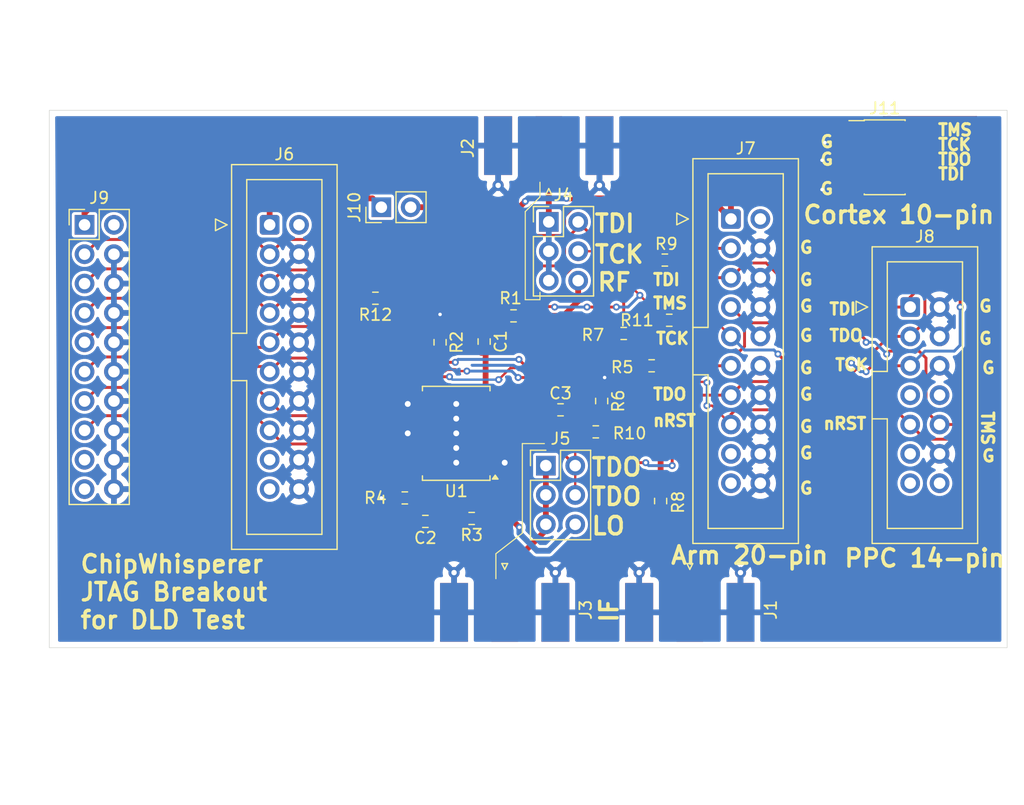
<source format=kicad_pcb>
(kicad_pcb (version 20240108) (generator "pcbnew") (generator_version "8.0")
  (layers (0 "F.Cu" signal) (31 "B.Cu" signal) (34 "B.Paste" user) (35 "F.Paste" user) (36 "B.SilkS" user "B.Silkscreen") (37 "F.SilkS" user "F.Silkscreen") (38 "B.Mask" user) (39 "F.Mask" user) (44 "Edge.Cuts" user))
  (net 0 "")
  (net 1 "Net-(C1-Pad1)")
  (net 2 "Net-(U1-RF)")
  (net 3 "Net-(C2-Pad1)")
  (net 4 "Net-(U1-LO)")
  (net 5 "Net-(J1-In)")
  (net 6 "Net-(U1-IF)")
  (net 7 "GND")
  (net 8 "Net-(J2-In)")
  (net 9 "Net-(J3-In)")
  (net 10 "MIXER_RF")
  (net 11 "/TDI")
  (net 12 "/TCK")
  (net 13 "/TDO")
  (net 14 "MIXER_LO")
  (net 16 "/TRST")
  (net 17 "/TMS")
  (net 18 "Net-(J10-Pin_1)")
  (net 19 "/nRST")
  (net 21 "/RTCK")
  (net 25 "VCC")
  (net 26 "Net-(J7-Pin_11)")
  (net 31 "/TDI_CW")
  (net 38 "Net-(C3-Pad2)")
  (net 39 "/TCK_CW")
  (net 40 "/TDO_CW")
  (net 41 "/TMS_CW")
  (footprint "Connector_Coaxial:SMA_Molex_73251-1153_EdgeMount_Horizontal" (layer "F.Cu") (at 192.024 102.16 90)
    (property "Reference" "J1")
    (property "Value" "SMA")
  )
  (footprint "Connector_PinHeader_2.54mm:PinHeader_2x10_P2.54mm_Vertical" (layer "F.Cu") (at 139.7 70.358)
    (property "Reference" "J9")
    (property "Value" "Conn_02x10_Odd_Even")
  )
  (footprint "Connector_IDC:IDC-Header_2x10_P2.54mm_Vertical" (layer "F.Cu") (at 155.702 70.358)
    (property "Reference" "J6")
    (property "Value" "Conn_02x10_Odd_Even")
  )
  (footprint "Resistor_SMD:R_0603_1608Metric" (layer "F.Cu") (at 169.164 96.012 180)
    (property "Reference" "C2")
    (property "Value" "10n")
  )
  (footprint "Resistor_SMD:R_0603_1608Metric" (layer "F.Cu") (at 176.784 78.232 180)
    (property "Reference" "R1")
    (property "Value" "51R")
  )
  (footprint "Resistor_SMD:R_0603_1608Metric" (layer "F.Cu") (at 183.896 88.265 180)
    (property "Reference" "R10")
    (property "Value" "12R")
  )
  (footprint "Resistor_SMD:R_0603_1608Metric" (layer "F.Cu") (at 167.386 93.98 180)
    (property "Reference" "R4")
    (property "Value" "DNM")
  )
  (footprint "Connector_IDC:IDC-Header_2x10_P2.54mm_Vertical" (layer "F.Cu") (at 195.58 69.85)
    (property "Reference" "J7")
    (property "Value" "Conn_02x10_Odd_Even")
  )
  (footprint "Resistor_SMD:R_0603_1608Metric" (layer "F.Cu") (at 189.865 73.406 180)
    (property "Reference" "R9")
    (property "Value" "12R")
  )
  (footprint "Connector_Coaxial:SMA_Molex_73251-1153_EdgeMount_Horizontal" (layer "F.Cu") (at 176.022 102.16 90)
    (property "Reference" "J3")
    (property "Value" "SMA")
  )
  (footprint "Connector_PinHeader_2.54mm:PinHeader_1x02_P2.54mm_Vertical" (layer "F.Cu") (at 165.354 68.834 90)
    (property "Reference" "J10")
    (property "Value" "Conn_01x02")
  )
  (footprint "Resistor_SMD:R_0603_1608Metric" (layer "F.Cu") (at 189.5 94.25 90)
    (property "Reference" "R8")
    (property "Value" "51R")
  )
  (footprint "Resistor_SMD:R_0603_1608Metric" (layer "F.Cu") (at 170.434 80.518 -90)
    (property "Reference" "R2")
    (property "Value" "DNM")
  )
  (footprint "Connector_PinHeader_2.54mm:PinHeader_2x03_P2.54mm_Vertical" (layer "F.Cu") (at 179.578 91.186)
    (property "Reference" "J5")
    (property "Value" "Conn_02x03_Odd_Even")
  )
  (footprint "Connector_PinHeader_2.54mm:PinHeader_2x03_P2.54mm_Vertical" (layer "F.Cu") (at 179.832 70.104)
    (property "Reference" "J4")
    (property "Value" "Conn_02x03_Odd_Even")
  )
  (footprint "Connector_Coaxial:SMA_Molex_73251-1153_EdgeMount_Horizontal" (layer "F.Cu") (at 179.832 65.226 -90)
    (property "Reference" "J2")
    (property "Value" "SMA")
  )
  (footprint "RF_Mini-Circuits:Mini-Circuits_CD542_LandPatternPL-052" (layer "F.Cu") (at 171.831 88.392 180)
    (property "Reference" "U1")
    (property "Value" "ADE-1+")
  )
  (footprint "Connector_IDC:IDC-Header_2x07_P2.54mm_Vertical" (layer "F.Cu") (at 211.074 77.47)
    (property "Reference" "J8")
    (property "Value" "Conn_02x07_Odd_Even")
  )
  (footprint "Connector_PinHeader_1.27mm:PinHeader_2x05_P1.27mm_Vertical_SMD" (layer "F.Cu") (at 208.87 64.516)
    (property "Reference" "J11")
    (property "Value" "Conn_02x05_Odd_Even")
  )
  (footprint "Resistor_SMD:R_0603_1608Metric" (layer "F.Cu") (at 184.404 85.598 -90)
    (property "Reference" "R6")
    (property "Value" "DNM")
  )
  (footprint "Resistor_SMD:R_0603_1608Metric" (layer "F.Cu") (at 180.848 86.36)
    (property "Reference" "C3")
    (property "Value" "10n")
  )
  (footprint "Resistor_SMD:R_0603_1608Metric" (layer "F.Cu") (at 190.246 78.613 180)
    (property "Reference" "R11")
    (property "Value" "12R")
  )
  (footprint "Resistor_SMD:R_0603_1608Metric" (layer "F.Cu") (at 186.309 79.756 180)
    (property "Reference" "R7")
    (property "Value" "DNM")
  )
  (footprint "Resistor_SMD:R_0603_1608Metric" (layer "F.Cu") (at 174.244 80.455 -90)
    (property "Reference" "C1")
    (property "Value" "10n")
  )
  (footprint "Resistor_SMD:R_0603_1608Metric" (layer "F.Cu") (at 164.846 76.708 180)
    (property "Reference" "R12")
    (property "Value" "12R")
  )
  (footprint "Resistor_SMD:R_0603_1608Metric" (layer "F.Cu") (at 188.722 82.55 180)
    (property "Reference" "R5")
    (property "Value" "DNM")
  )
  (footprint "Resistor_SMD:R_0603_1608Metric" (layer "F.Cu") (at 173.165 95.758 180)
    (property "Reference" "R3")
    (property "Value" "51R")
  )
  (gr_line (start 177.546 89.281) (end 179.451 89.281) (stroke (width 0.1)) (layer "F.SilkS"))
  (gr_line (start 177.8 69.215) (end 177.8 76.835) (stroke (width 0.1)) (layer "F.SilkS"))
  (gr_line (start 179.07 66.675) (end 179.07 67.945) (stroke (width 0.1)) (layer "F.SilkS"))
  (gr_line (start 175.26 100.965) (end 175.26 98.806) (stroke (width 0.1)) (layer "F.SilkS"))
  (gr_line (start 175.26 98.806) (end 177.546 97.028) (stroke (width 0.1)) (layer "F.SilkS"))
  (gr_line (start 177.546 97.028) (end 177.546 89.281) (stroke (width 0.1)) (layer "F.SilkS"))
  (gr_line (start 179.07 67.945) (end 177.8 69.215) (stroke (width 0.1)) (layer "F.SilkS"))
  (gr_line (start 177.8 76.835) (end 179.07 76.835) (stroke (width 0.1)) (layer "F.SilkS"))
  (gr_line (start 179.07 76.835) (end 179.07 76.2) (stroke (width 0.1)) (layer "F.SilkS"))
  (gr_rect (start 136.652 60.452) (end 219.456 106.934) (stroke (width 0.05)) (fill none) (layer "Edge.Cuts"))
  (gr_text "TCK" (at 188.976 80.772 0) (layer "F.SilkS") (effects (font (size 1 1) (thickness 0.25) (bold yes)) (justify left bottom)))
  (gr_text "TDI" (at 203.962 78.232 0) (layer "F.SilkS") (effects (font (size 1 1) (thickness 0.25) (bold yes)) (justify left bottom)))
  (gr_text "G" (at 201.422 83.312 0) (layer "F.SilkS") (effects (font (size 1 1) (thickness 0.25) (bold yes)) (justify left bottom)))
  (gr_text "TDI" (at 188.722 75.692 0) (layer "F.SilkS") (effects (font (size 1 1) (thickness 0.25) (bold yes)) (justify left bottom)))
  (gr_text "TMS" (at 213.36 62.738 0) (layer "F.SilkS") (effects (font (size 1 1) (thickness 0.25) (bold yes)) (justify left bottom)))
  (gr_text "G" (at 203.2 67.818 0) (layer "F.SilkS") (effects (font (size 1 1) (thickness 0.25) (bold yes)) (justify left bottom)))
  (gr_text "G" (at 203.2 65.278 0) (layer "F.SilkS") (effects (font (size 1 1) (thickness 0.25) (bold yes)) (justify left bottom)))
  (gr_text "TCK" (at 204.47 83.058 0) (layer "F.SilkS") (effects (font (size 1 1) (thickness 0.25) (bold yes)) (justify left bottom)))
  (gr_text "IF" (at 185.928 104.902 90) (layer "F.SilkS") (effects (font (size 1.5 1.5) (thickness 0.3) (bold yes)) (justify left bottom)))
  (gr_text "G" (at 201.422 90.678 0) (layer "F.SilkS") (effects (font (size 1 1) (thickness 0.25) (bold yes)) (justify left bottom)))
  (gr_text "TDI" (at 183.642 71.12 0) (layer "F.SilkS") (effects (font (size 1.5 1.5) (thickness 0.3) (bold yes)) (justify left bottom)))
  (gr_text "Arm 20-pin" (at 190.246 99.822 0) (layer "F.SilkS") (effects (font (size 1.5 1.5) (thickness 0.3) (bold yes)) (justify left bottom)))
  (gr_text "TDO" (at 183.388 94.742 0) (layer "F.SilkS") (effects (font (size 1.5 1.5) (thickness 0.3) (bold yes)) (justify left bottom)))
  (gr_text "TCK" (at 213.36 64.008 0) (layer "F.SilkS") (effects (font (size 1 1) (thickness 0.25) (bold yes)) (justify left bottom)))
  (gr_text "RF" (at 183.896 76.2 0) (layer "F.SilkS") (effects (font (size 1.5 1.5) (thickness 0.3) (bold yes)) (justify left bottom)))
  (gr_text "G" (at 216.916 77.978 0) (layer "F.SilkS") (effects (font (size 1 1) (thickness 0.25) (bold yes)) (justify left bottom)))
  (gr_text "G" (at 201.422 93.726 0) (layer "F.SilkS") (effects (font (size 1 1) (thickness 0.25) (bold yes)) (justify left bottom)))
  (gr_text "TDO" (at 213.36 65.278 0) (layer "F.SilkS") (effects (font (size 1 1) (thickness 0.25) (bold yes)) (justify left bottom)))
  (gr_text "G" (at 201.422 72.898 0) (layer "F.SilkS") (effects (font (size 1 1) (thickness 0.25) (bold yes)) (justify left bottom)))
  (gr_text "G" (at 216.916 80.772 0) (layer "F.SilkS") (effects (font (size 1 1) (thickness 0.25) (bold yes)) (justify left bottom)))
  (gr_text "G" (at 217.17 90.932 0) (layer "F.SilkS") (effects (font (size 1 1) (thickness 0.25) (bold yes)) (justify left bottom)))
  (gr_text "TDO" (at 188.722 85.598 0) (layer "F.SilkS") (effects (font (size 1 1) (thickness 0.25) (bold yes)) (justify left bottom)))
  (gr_text "nRST" (at 188.722 87.884 0) (layer "F.SilkS") (effects (font (size 1 1) (thickness 0.25) (bold yes)) (justify left bottom)))
  (gr_text "G" (at 203.2 63.754 0) (layer "F.SilkS") (effects (font (size 1 1) (thickness 0.25) (bold yes)) (justify left bottom)))
  (gr_text "TMS" (at 188.722 77.724 0) (layer "F.SilkS") (effects (font (size 1 1) (thickness 0.25) (bold yes)) (justify left bottom)))
  (gr_text "ChipWhisperer\nJTAG Breakout\nfor DLD Test" (at 139.192 105.41 0) (layer "F.SilkS") (effects (font (size 1.5 1.5) (thickness 0.3) (bold yes)) (justify left bottom)))
  (gr_text "G" (at 201.422 75.692 0) (layer "F.SilkS") (effects (font (size 1 1) (thickness 0.25) (bold yes)) (justify left bottom)))
  (gr_text "TDO" (at 183.388 92.202 0) (layer "F.SilkS") (effects (font (size 1.5 1.5) (thickness 0.3) (bold yes)) (justify left bottom)))
  (gr_text "TDO" (at 203.962 80.518 0) (layer "F.SilkS") (effects (font (size 1 1) (thickness 0.25) (bold yes)) (justify left bottom)))
  (gr_text "G" (at 201.422 77.978 0) (layer "F.SilkS") (effects (font (size 1 1) (thickness 0.25) (bold yes)) (justify left bottom)))
  (gr_text "TMS" (at 217.17 86.36 -90) (layer "F.SilkS") (effects (font (size 1 1) (thickness 0.25) (bold yes)) (justify left bottom)))
  (gr_text "nRST" (at 203.454 88.138 0) (layer "F.SilkS") (effects (font (size 1 1) (thickness 0.25) (bold yes)) (justify left bottom)))
  (gr_text "G" (at 201.422 80.518 0) (layer "F.SilkS") (effects (font (size 1 1) (thickness 0.25) (bold yes)) (justify left bottom)))
  (gr_text "Cortex 10-pin" (at 201.676 70.358 0) (layer "F.SilkS") (effects (font (size 1.5 1.5) (thickness 0.3) (bold yes)) (justify left bottom)))
  (gr_text "LO" (at 183.388 97.282 0) (layer "F.SilkS") (effects (font (size 1.5 1.5) (thickness 0.3) (bold yes)) (justify left bottom)))
  (gr_text "G" (at 217.17 83.312 0) (layer "F.SilkS") (effects (font (size 1 1) (thickness 0.25) (bold yes)) (justify left bottom)))
  (gr_text "PPC 14-pin" (at 205.232 100.076 0) (layer "F.SilkS") (effects (font (size 1.5 1.5) (thickness 0.3) (bold yes)) (justify left bottom)))
  (gr_text "TCK" (at 183.642 73.787 0) (layer "F.SilkS") (effects (font (size 1.5 1.5) (thickness 0.3) (bold yes)) (justify left bottom)))
  (gr_text "TDI" (at 213.36 66.548 0) (layer "F.SilkS") (effects (font (size 1 1) (thickness 0.25) (bold yes)) (justify left bottom)))
  (gr_text "G" (at 201.422 85.598 0) (layer "F.SilkS") (effects (font (size 1 1) (thickness 0.25) (bold yes)) (justify left bottom)))
  (gr_text "G" (at 201.422 88.392 0) (layer "F.SilkS") (effects (font (size 1 1) (thickness 0.25) (bold yes)) (justify left bottom)))
  (segment (start 175.959 78.232) (end 174.498 78.232) (width 0.5) (layer "F.Cu") (net 1))
  (segment (start 174.244 78.486) (end 174.244 79.63) (width 0.5) (layer "F.Cu") (net 1))
  (segment (start 174.498 78.232) (end 174.244 78.486) (width 0.5) (layer "F.Cu") (net 1))
  (segment (start 174.371 85.852) (end 174.371 81.407) (width 0.5) (layer "F.Cu") (net 2))
  (segment (start 170.497 81.28) (end 170.434 81.343) (width 0.5) (layer "F.Cu") (net 2))
  (segment (start 174.244 81.28) (end 170.497 81.28) (width 0.5) (layer "F.Cu") (net 2))
  (segment (start 174.371 81.407) (end 174.244 81.28) (width 0.5) (layer "F.Cu") (net 2))
  (segment (start 172.34 95.758) (end 170.243 95.758) (width 0.5) (layer "F.Cu") (net 3))
  (segment (start 170.243 95.758) (end 169.989 96.012) (width 0.5) (layer "F.Cu") (net 3))
  (segment (start 168.339 96.012) (end 168.339 91.884) (width 0.5) (layer "F.Cu") (net 4))
  (segment (start 168.339 91.884) (end 169.291 90.932) (width 0.5) (layer "F.Cu") (net 4))
  (segment (start 189.5 97.774) (end 189.5 95.075) (width 0.5) (layer "F.Cu") (net 5))
  (segment (start 192.024 100.33) (end 192.024 103.88) (width 0.5) (layer "F.Cu") (net 5))
  (segment (start 189.484 97.79) (end 192.024 100.33) (width 0.5) (layer "F.Cu") (net 5))
  (segment (start 189.484 97.79) (end 189.5 97.774) (width 0.5) (layer "F.Cu") (net 5))
  (segment (start 177.546 88.392) (end 179.578 86.36) (width 0.5) (layer "F.Cu") (net 6))
  (segment (start 179.578 86.36) (end 180.023 86.36) (width 0.5) (layer "F.Cu") (net 6))
  (segment (start 174.371 88.392) (end 177.546 88.392) (width 0.5) (layer "F.Cu") (net 6))
  (segment (start 184.404 84.773) (end 184.404 83.82) (width 0.5) (layer "F.Cu") (net 7))
  (segment (start 170.434 79.693) (end 170.434 78.107) (width 0.5) (layer "F.Cu") (net 7))
  (segment (start 206.92 63.246) (end 203.708 63.246) (width 0.5) (layer "F.Cu") (net 7))
  (segment (start 184.404 83.82) (end 184.658 83.566) (width 0.5) (layer "F.Cu") (net 7))
  (segment (start 203.708 64.516) (end 203.454 64.77) (width 0.5) (layer "F.Cu") (net 7))
  (segment (start 206.92 64.516) (end 203.708 64.516) (width 0.5) (layer "F.Cu") (net 7))
  (segment (start 166.561 93.98) (end 165.354 93.98) (width 0.5) (layer "F.Cu") (net 7))
  (segment (start 206.92 67.056) (end 203.708 67.056) (width 0.5) (layer "F.Cu") (net 7))
  (segment (start 203.708 67.056) (end 203.454 67.31) (width 0.5) (layer "F.Cu") (net 7))
  (segment (start 203.454 63.5) (end 203.708 63.246) (width 0.5) (layer "F.Cu") (net 7))
  (via (at 165.354 93.98) (size 0.6) (drill 0.3) (layers "F.Cu" "B.Cu") (net 7))
  (via (at 203.708 63.246) (size 0.6) (drill 0.3) (layers "F.Cu" "B.Cu") (net 7))
  (via (at 184.658 83.566) (size 0.6) (drill 0.3) (layers "F.Cu" "B.Cu") (net 7))
  (via (at 203.454 64.77) (size 0.6) (drill 0.3) (layers "F.Cu" "B.Cu") (net 7))
  (via (at 203.454 67.31) (size 0.6) (drill 0.3) (layers "F.Cu" "B.Cu") (net 7))
  (via (at 170.434 78.107) (size 0.6) (drill 0.3) (layers "F.Cu" "B.Cu") (net 7))
  (segment (start 179.832 63.506) (end 179.832 70.104) (width 0.5) (layer "F.Cu") (net 8))
  (segment (start 179.832 75.184) (end 179.832 70.104) (width 0.5) (layer "B.Cu") (net 8))
  (segment (start 179.578 96.774) (end 176.022 100.33) (width 0.5) (layer "F.Cu") (net 9))
  (segment (start 179.578 91.186) (end 179.578 96.774) (width 0.5) (layer "F.Cu") (net 9))
  (segment (start 176.022 100.33) (end 176.022 103.88) (width 0.5) (layer "F.Cu") (net 9))
  (segment (start 182.372 76.962) (end 182.372 75.184) (width 0.5) (layer "F.Cu") (net 10))
  (segment (start 177.609 78.232) (end 181.102 78.232) (width 0.5) (layer "F.Cu") (net 10))
  (segment (start 181.102 78.232) (end 182.372 76.962) (width 0.5) (layer "F.Cu") (net 10))
  (segment (start 192.341 74.93) (end 190.817 73.406) (width 0.25) (layer "F.Cu") (net 11))
  (segment (start 195.58 74.93) (end 192.341 74.93) (width 0.25) (layer "F.Cu") (net 11))
  (segment (start 195.58 74.93) (end 196.85 73.66) (width 0.25) (layer "F.Cu") (net 11))
  (segment (start 210.82 65.786) (end 211.65 65.786) (width 0.25) (layer "F.Cu") (net 11))
  (segment (start 213.868 68.004) (end 213.868 73.826) (width 0.25) (layer "F.Cu") (net 11))
  (segment (start 211.65 65.786) (end 213.868 68.004) (width 0.25) (layer "F.Cu") (net 11))
  (segment (start 196.85 73.66) (end 198.628 73.66) (width 0.25) (layer "F.Cu") (net 11))
  (segment (start 213.868 73.826) (end 211.074 76.62) (width 0.25) (layer "F.Cu") (net 11))
  (segment (start 202.438 77.47) (end 211.074 77.47) (width 0.25) (layer "F.Cu") (net 11))
  (segment (start 211.074 76.62) (end 211.074 77.47) (width 0.25) (layer "F.Cu") (net 11))
  (segment (start 198.628 73.66) (end 202.438 77.47) (width 0.25) (layer "F.Cu") (net 11))
  (segment (start 211.074 82.55) (end 207.772 82.55) (width 0.25) (layer "F.Cu") (net 12))
  (segment (start 205.994 82.296) (end 200.406 82.296) (width 0.25) (layer "F.Cu") (net 12))
  (segment (start 191.071 78.613) (end 194.183 78.613) (width 0.2) (layer "F.Cu") (net 12))
  (segment (start 189.928 79.756) (end 191.071 78.613) (width 0.2) (layer "F.Cu") (net 12))
  (segment (start 215.392 64.262) (end 215.392 77.47) (width 0.25) (layer "F.Cu") (net 12))
  (segment (start 194.183 78.613) (end 195.58 80.01) (width 0.2) (layer "F.Cu") (net 12))
  (segment (start 207.772 82.55) (end 207.264 83.058) (width 0.25) (layer "F.Cu") (net 12))
  (segment (start 214.376 63.246) (end 215.392 64.262) (width 0.25) (layer "F.Cu") (net 12))
  (segment (start 210.82 63.246) (end 214.376 63.246) (width 0.25) (layer "F.Cu") (net 12))
  (segment (start 200.406 82.296) (end 199.644 81.534) (width 0.25) (layer "F.Cu") (net 12))
  (segment (start 187.134 79.756) (end 189.928 79.756) (width 0.2) (layer "F.Cu") (net 12))
  (via (at 199.644 81.534) (size 0.6) (drill 0.3) (layers "F.Cu" "B.Cu") (net 12))
  (via (at 207.264 83.058) (size 0.6) (drill 0.3) (layers "F.Cu" "B.Cu") (net 12))
  (via (at 205.994 82.296) (size 0.6) (drill 0.3) (layers "F.Cu" "B.Cu") (net 12))
  (via (at 215.392 77.47) (size 0.6) (drill 0.3) (layers "F.Cu" "B.Cu") (net 12))
  (segment (start 199.295 81.185) (end 196.755 81.185) (width 0.25) (layer "B.Cu") (net 12))
  (segment (start 215.392 77.47) (end 215.392 80.772) (width 0.25) (layer "B.Cu") (net 12))
  (segment (start 207.264 83.058) (end 206.756 83.058) (width 0.25) (layer "B.Cu") (net 12))
  (segment (start 214.884 81.28) (end 212.344 81.28) (width 0.25) (layer "B.Cu") (net 12))
  (segment (start 206.756 83.058) (end 205.994 82.296) (width 0.25) (layer "B.Cu") (net 12))
  (segment (start 196.755 81.185) (end 195.58 80.01) (width 0.25) (layer "B.Cu") (net 12))
  (segment (start 215.392 80.772) (end 214.884 81.28) (width 0.25) (layer "B.Cu") (net 12))
  (segment (start 199.644 81.534) (end 199.295 81.185) (width 0.25) (layer "B.Cu") (net 12))
  (segment (start 212.344 81.28) (end 211.074 82.55) (width 0.25) (layer "B.Cu") (net 12))
  (segment (start 209.234595 80.01) (end 211.074 80.01) (width 0.25) (layer "F.Cu") (net 13))
  (segment (start 212.344 78.74) (end 211.074 80.01) (width 0.25) (layer "F.Cu") (net 13))
  (segment (start 185.293 90.932) (end 184.721 90.36) (width 0.25) (layer "F.Cu") (net 13))
  (segment (start 195.58 85.09) (end 196.755 83.915) (width 0.25) (layer "F.Cu") (net 13))
  (segment (start 205.329595 83.915) (end 209.234595 80.01) (width 0.25) (layer "F.Cu") (net 13))
  (segment (start 212.344 76.708) (end 212.344 78.74) (width 0.25) (layer "F.Cu") (net 13))
  (segment (start 196.755 83.915) (end 205.329595 83.915) (width 0.25) (layer "F.Cu") (net 13))
  (segment (start 195.58 85.09) (end 192.278 85.09) (width 0.25) (layer "F.Cu") (net 13))
  (segment (start 214.63 65.532) (end 214.63 74.422) (width 0.25) (layer "F.Cu") (net 13))
  (segment (start 188.214 90.932) (end 185.293 90.932) (width 0.25) (layer "F.Cu") (net 13))
  (segment (start 210.82 64.516) (end 213.614 64.516) (width 0.25) (layer "F.Cu") (net 13))
  (segment (start 214.63 74.422) (end 212.344 76.708) (width 0.25) (layer "F.Cu") (net 13))
  (segment (start 192.278 85.09) (end 191.262 86.106) (width 0.25) (layer "F.Cu") (net 13))
  (segment (start 191.262 86.106) (end 191.262 86.614) (width 0.25) (layer "F.Cu") (net 13))
  (segment (start 213.614 64.516) (end 214.63 65.532) (width 0.25) (layer "F.Cu") (net 13))
  (segment (start 190.5 87.376) (end 190.5 91.186) (width 0.25) (layer "F.Cu") (net 13))
  (segment (start 184.721 90.36) (end 184.721 88.265) (width 0.25) (layer "F.Cu") (net 13))
  (segment (start 191.262 86.614) (end 190.5 87.376) (width 0.25) (layer "F.Cu") (net 13))
  (via (at 188.214 90.932) (size 0.6) (drill 0.3) (layers "F.Cu" "B.Cu") (net 13))
  (via (at 190.5 91.186) (size 0.6) (drill 0.3) (layers "F.Cu" "B.Cu") (net 13))
  (segment (start 188.214 90.932) (end 188.468 91.186) (width 0.25) (layer "B.Cu") (net 13))
  (segment (start 188.468 91.186) (end 190.5 91.186) (width 0.25) (layer "B.Cu") (net 13))
  (segment (start 176.53 95.758) (end 177.292 96.52) (width 0.5) (layer "F.Cu") (net 14))
  (segment (start 173.99 95.758) (end 176.53 95.758) (width 0.5) (layer "F.Cu") (net 14))
  (via (at 177.292 96.52) (size 0.6) (drill 0.3) (layers "F.Cu" "B.Cu") (net 14))
  (segment (start 178.816 98.552) (end 179.832 98.552) (width 0.5) (layer "B.Cu") (net 14))
  (segment (start 177.292 97.028) (end 178.816 98.552) (width 0.5) (layer "B.Cu") (net 14))
  (segment (start 179.832 98.552) (end 182.118 96.266) (width 0.5) (layer "B.Cu") (net 14))
  (segment (start 177.292 96.52) (end 177.292 97.028) (width 0.5) (layer "B.Cu") (net 14))
  (segment (start 156.972 71.628) (end 176.276 71.628) (width 0.25) (layer "F.Cu") (net 16))
  (segment (start 188.468 72.39) (end 195.58 72.39) (width 0.25) (layer "F.Cu") (net 16))
  (segment (start 154.432 71.628) (end 155.702 72.898) (width 0.25) (layer "F.Cu") (net 16))
  (segment (start 176.625 71.279) (end 181.007 71.279) (width 0.25) (layer "F.Cu") (net 16))
  (segment (start 176.276 71.628) (end 176.625 71.279) (width 0.25) (layer "F.Cu") (net 16))
  (segment (start 139.7 72.898) (end 140.97 71.628) (width 0.25) (layer "F.Cu") (net 16))
  (segment (start 181.197 69.617299) (end 181.980299 68.834) (width 0.25) (layer "F.Cu") (net 16))
  (segment (start 184.912 68.834) (end 188.468 72.39) (width 0.25) (layer "F.Cu") (net 16))
  (segment (start 181.980299 68.834) (end 184.912 68.834) (width 0.25) (layer "F.Cu") (net 16))
  (segment (start 155.702 72.898) (end 156.972 71.628) (width 0.25) (layer "F.Cu") (net 16))
  (segment (start 181.007 71.279) (end 181.197 71.089) (width 0.25) (layer "F.Cu") (net 16))
  (segment (start 140.97 71.628) (end 154.432 71.628) (width 0.25) (layer "F.Cu") (net 16))
  (segment (start 181.197 71.089) (end 181.197 69.617299) (width 0.25) (layer "F.Cu") (net 16))
  (segment (start 196.342 81.28) (end 187.198 81.28) (width 0.25) (layer "F.Cu") (net 17))
  (segment (start 216.662 86.868) (end 216.662 62.484) (width 0.25) (layer "F.Cu") (net 17))
  (segment (start 181.102 76.454) (end 180.848 76.708) (width 0.25) (layer "F.Cu") (net 17))
  (segment (start 186.309 77.089) (end 183.134 73.914) (width 0.25) (layer "F.Cu") (net 17))
  (segment (start 207.264 80.359) (end 205.74 78.835) (width 0.25) (layer "F.Cu") (net 17))
  (segment (start 207.264 80.518) (end 207.264 80.359) (width 0.25) (layer "F.Cu") (net 17))
  (segment (start 180.848 76.708) (end 165.671 76.708) (width 0.25) (layer "F.Cu") (net 17))
  (segment (start 181.980299 73.914) (end 181.102 74.792299) (width 0.25) (layer "F.Cu") (net 17))
  (segment (start 183.134 73.914) (end 181.980299 73.914) (width 0.25) (layer "F.Cu") (net 17))
  (segment (start 181.102 74.792299) (end 181.102 76.454) (width 0.25) (layer "F.Cu") (net 17))
  (segment (start 212.439 81.883) (end 211.836 81.28) (width 0.25) (layer "F.Cu") (net 17))
  (segment (start 216.662 62.484) (end 216.154 61.976) (width 0.25) (layer "F.Cu") (net 17))
  (segment (start 196.755 80.867) (end 196.342 81.28) (width 0.25) (layer "F.Cu") (net 17))
  (segment (start 196.755 78.645) (end 196.945 78.835) (width 0.25) (layer "F.Cu") (net 17))
  (segment (start 213.614 87.63) (end 215.9 87.63) (width 0.25) (layer "F.Cu") (net 17))
  (segment (start 212.439 86.455) (end 212.439 81.883) (width 0.25) (layer "F.Cu") (net 17))
  (segment (start 216.154 61.976) (end 210.82 61.976) (width 0.25) (layer "F.Cu") (net 17))
  (segment (start 186.309 80.391) (end 186.309 77.089) (width 0.25) (layer "F.Cu") (net 17))
  (segment (start 209.296 81.28) (end 209.042 81.534) (width 0.25) (layer "F.Cu") (net 17))
  (segment (start 211.836 81.28) (end 209.296 81.28) (width 0.25) (layer "F.Cu") (net 17))
  (segment (start 215.9 87.63) (end 216.662 86.868) (width 0.25) (layer "F.Cu") (net 17))
  (segment (start 196.755 78.645) (end 196.755 80.867) (width 0.25) (layer "F.Cu") (net 17))
  (segment (start 187.198 81.28) (end 186.309 80.391) (width 0.25) (layer "F.Cu") (net 17))
  (segment (start 213.614 87.63) (end 212.439 86.455) (width 0.25) (layer "F.Cu") (net 17))
  (segment (start 196.755 78.645) (end 195.58 77.47) (width 0.25) (layer "F.Cu") (net 17))
  (segment (start 196.945 78.835) (end 205.74 78.835) (width 0.25) (layer "F.Cu") (net 17))
  (via (at 209.042 81.534) (size 0.6) (drill 0.3) (layers "F.Cu" "B.Cu") (net 17))
  (via (at 207.264 80.518) (size 0.6) (drill 0.3) (layers "F.Cu" "B.Cu") (net 17))
  (segment (start 209.042 81.534) (end 208.026 80.518) (width 0.25) (layer "B.Cu") (net 17))
  (segment (start 208.026 80.518) (end 207.264 80.518) (width 0.25) (layer "B.Cu") (net 17))
  (segment (start 139.7 70.358) (end 139.7 69.342) (width 0.5) (layer "F.Cu") (net 18))
  (segment (start 155.194 68.58) (end 155.702 69.088) (width 0.5) (layer "F.Cu") (net 18))
  (segment (start 165.354 68.834) (end 164.592 68.072) (width 0.5) (layer "F.Cu") (net 18))
  (segment (start 140.462 68.58) (end 155.194 68.58) (width 0.5) (layer "F.Cu") (net 18))
  (segment (start 139.7 69.342) (end 140.462 68.58) (width 0.5) (layer "F.Cu") (net 18))
  (segment (start 155.702 69.088) (end 155.702 70.358) (width 0.5) (layer "F.Cu") (net 18))
  (segment (start 164.592 68.072) (end 156.718 68.072) (width 0.5) (layer "F.Cu") (net 18))
  (segment (start 156.718 68.072) (end 155.702 69.088) (width 0.5) (layer "F.Cu") (net 18))
  (segment (start 211.836 88.392) (end 211.074 87.63) (width 0.25) (layer "F.Cu") (net 19))
  (segment (start 156.877 89.313) (end 165.195 89.313) (width 0.25) (layer "F.Cu") (net 19))
  (segment (start 208.788 61.077) (end 216.779 61.077) (width 0.25) (layer "F.Cu") (net 19))
  (segment (start 177.25 82.75) (end 177.5 83) (width 0.2) (layer "F.Cu") (net 19))
  (segment (start 217.678 61.976) (end 217.678 83.82) (width 0.25) (layer "F.Cu") (net 19))
  (segment (start 211.836 88.9) (end 211.836 88.392) (width 0.25) (layer "F.Cu") (net 19))
  (segment (start 183.943352 85.5) (end 186 85.5) (width 0.2) (layer "F.Cu") (net 19))
  (segment (start 176.5 82.75) (end 177.25 82.75) (width 0.2) (layer "F.Cu") (net 19))
  (segment (start 187.56 83.94) (end 193.44 83.94) (width 0.2) (layer "F.Cu") (net 19))
  (segment (start 217.678 83.82) (end 217.424 84.074) (width 0.25) (layer "F.Cu") (net 19))
  (segment (start 181.443352 83) (end 183.943352 85.5) (width 0.2) (layer "F.Cu") (net 19))
  (segment (start 209.296 67.056) (end 209.042 66.802) (width 0.25) (layer "F.Cu") (net 19))
  (segment (start 155.702 88.138) (end 156.877 89.313) (width 0.25) (layer "F.Cu") (net 19))
  (segment (start 186 85.5) (end 187.56 83.94) (width 0.2) (layer "F.Cu") (net 19))
  (segment (start 165.989 84.011) (end 166.5 83.5) (width 0.25) (layer "F.Cu") (net 19))
  (segment (start 193.5 86) (end 193.95 86) (width 0.2) (layer "F.Cu") (net 19))
  (segment (start 195.58 87.63) (end 195.58 86.751701) (width 0.25) (layer "F.Cu") (net 19))
  (segment (start 217.424 87.63) (end 215.9 89.154) (width 0.25) (layer "F.Cu") (net 19))
  (segment (start 154.432 86.868) (end 155.702 88.138) (width 0.25) (layer "F.Cu") (net 19))
  (segment (start 139.7 88.138) (end 140.97 86.868) (width 0.25) (layer "F.Cu") (net 19))
  (segment (start 166.5 83.5) (end 171.25 83.5) (width 0.25) (layer "F.Cu") (net 19))
  (segment (start 195.58 86.751701) (end 195.971701 86.36) (width 0.25) (layer "F.Cu") (net 19))
  (segment (start 216.779 61.077) (end 217.678 61.976) (width 0.25) (layer "F.Cu") (net 19))
  (segment (start 175.5 83.75) (end 176.5 82.75) (width 0.2) (layer "F.Cu") (net 19))
  (segment (start 209.804 86.36) (end 211.074 87.63) (width 0.25) (layer "F.Cu") (net 19))
  (segment (start 208.788 66.04) (end 208.788 61.077) (width 0.25) (layer "F.Cu") (net 19))
  (segment (start 215.9 89.154) (end 215.392 89.154) (width 0.25) (layer "F.Cu") (net 19))
  (segment (start 177.5 83) (end 181.443352 83) (width 0.2) (layer "F.Cu") (net 19))
  (segment (start 195.971701 86.36) (end 209.804 86.36) (width 0.25) (layer "F.Cu") (net 19))
  (segment (start 217.424 84.074) (end 217.424 87.63) (width 0.25) (layer "F.Cu") (net 19))
  (segment (start 215.138 88.9) (end 211.836 88.9) (width 0.25) (layer "F.Cu") (net 19))
  (segment (start 165.989 88.519) (end 165.989 84.011) (width 0.25) (layer "F.Cu") (net 19))
  (segment (start 209.042 66.294) (end 208.788 66.04) (width 0.25) (layer "F.Cu") (net 19))
  (segment (start 193.95 86) (end 195.58 87.63) (width 0.2) (layer "F.Cu") (net 19))
  (segment (start 165.195 89.313) (end 165.989 88.519) (width 0.25) (layer "F.Cu") (net 19))
  (segment (start 210.82 67.056) (end 209.296 67.056) (width 0.25) (layer "F.Cu") (net 19))
  (segment (start 215.392 89.154) (end 215.138 88.9) (width 0.25) (layer "F.Cu") (net 19))
  (segment (start 140.97 86.868) (end 154.432 86.868) (width 0.25) (layer "F.Cu") (net 19))
  (segment (start 193.44 83.94) (end 193.5 84) (width 0.2) (layer "F.Cu") (net 19))
  (segment (start 209.042 66.802) (end 209.042 66.294) (width 0.25) (layer "F.Cu") (net 19))
  (via (at 171.25 83.5) (size 0.6) (drill 0.3) (layers "F.Cu" "B.Cu") (net 19))
  (via (at 193.5 84) (size 0.6) (drill 0.3) (layers "F.Cu" "B.Cu") (net 19))
  (via (at 193.5 86) (size 0.6) (drill 0.3) (layers "F.Cu" "B.Cu") (net 19))
  (via (at 175.5 83.75) (size 0.6) (drill 0.3) (layers "F.Cu" "B.Cu") (net 19))
  (segment (start 171.5 83.75) (end 171.25 83.5) (width 0.2) (layer "B.Cu") (net 19))
  (segment (start 175.5 83.75) (end 171.5 83.75) (width 0.2) (layer "B.Cu") (net 19))
  (segment (start 175.5 83.75) (end 175.75 83.75) (width 0.2) (layer "B.Cu") (net 19))
  (segment (start 193.5 84) (end 193.5 86) (width 0.2) (layer "B.Cu") (net 19))
  (segment (start 167.386 81.883) (end 156.877 81.883) (width 0.25) (layer "F.Cu") (net 21))
  (segment (start 185.484 79.756) (end 185.484 82.487) (width 0.2) (layer "F.Cu") (net 21))
  (segment (start 148.59 82.613) (end 155.257 82.613) (width 0.25) (layer "F.Cu") (net 21))
  (segment (start 139.7 83.058) (end 140.97 81.788) (width 0.25) (layer "F.Cu") (net 21))
  (segment (start 168.356 82.25) (end 167.989 81.883) (width 0.25) (layer "F.Cu") (net 21))
  (segment (start 140.97 81.788) (end 146.304 81.788) (width 0.25) (layer "F.Cu") (net 21))
  (segment (start 167.513 81.756) (end 167.386 81.883) (width 0.2) (layer "F.Cu") (net 21))
  (segment (start 156.877 81.883) (end 155.702 83.058) (width 0.25) (layer "F.Cu") (net 21))
  (segment (start 177.8 82.55) (end 185.547 82.55) (width 0.25) (layer "F.Cu") (net 21))
  (segment (start 167.989 81.883) (end 167.386 81.883) (width 0.25) (layer "F.Cu") (net 21))
  (segment (start 147.129 82.613) (end 148.59 82.613) (width 0.25) (layer "F.Cu") (net 21))
  (segment (start 171.75 82.25) (end 168.356 82.25) (width 0.25) (layer "F.Cu") (net 21))
  (segment (start 146.304 81.788) (end 147.129 82.613) (width 0.25) (layer "F.Cu") (net 21))
  (segment (start 177.25 82) (end 177.8 82.55) (width 0.25) (layer "F.Cu") (net 21))
  (segment (start 185.547 82.55) (end 187.897 82.55) (width 0.25) (layer "F.Cu") (net 21))
  (segment (start 155.257 82.613) (end 155.702 83.058) (width 0.25) (layer "F.Cu") (net 21))
  (segment (start 185.484 82.487) (end 185.547 82.55) (width 0.2) (layer "F.Cu") (net 21))
  (via (at 171.75 82.25) (size 0.6) (drill 0.3) (layers "F.Cu" "B.Cu") (net 21))
  (via (at 177.25 82) (size 0.6) (drill 0.3) (layers "F.Cu" "B.Cu") (net 21))
  (segment (start 172 82) (end 171.75 82.25) (width 0.25) (layer "B.Cu") (net 21))
  (segment (start 177.25 82) (end 172 82) (width 0.25) (layer "B.Cu") (net 21))
  (segment (start 196.85 61.976) (end 195.58 63.246) (width 0.5) (layer "F.Cu") (net 25))
  (segment (start 167.894 68.834) (end 177.292 68.834) (width 0.5) (layer "F.Cu") (net 25))
  (segment (start 195.58 63.246) (end 195.58 69.85) (width 0.5) (layer "F.Cu") (net 25))
  (segment (start 193.802 68.072) (end 195.58 69.85) (width 0.5) (layer "F.Cu") (net 25))
  (segment (start 181.356 68.072) (end 193.802 68.072) (width 0.5) (layer "F.Cu") (net 25))
  (segment (start 206.92 61.976) (end 196.85 61.976) (width 0.5) (layer "F.Cu") (net 25))
  (segment (start 177.292 68.834) (end 177.8 68.326) (width 0.5) (layer "F.Cu") (net 25))
  (via (at 181.356 68.072) (size 0.6) (drill 0.3) (layers "F.Cu" "B.Cu") (net 25))
  (via (at 177.8 68.326) (size 0.6) (drill 0.3) (layers "F.Cu" "B.Cu") (net 25))
  (segment (start 178.054 68.072) (end 181.356 68.072) (width 0.5) (layer "B.Cu") (net 25))
  (segment (start 177.8 68.326) (end 178.054 68.072) (width 0.5) (layer "B.Cu") (net 25))
  (segment (start 195.58 82.55) (end 189.547 82.55) (width 0.25) (layer "F.Cu") (net 26))
  (segment (start 189.167 73.406) (end 185.674 73.406) (width 0.2) (layer "F.Cu") (net 31))
  (segment (start 182.372 70.104) (end 183.3245 71.0565) (width 0.25) (layer "F.Cu") (net 31))
  (segment (start 185.674 73.406) (end 183.3245 71.0565) (width 0.2) (layer "F.Cu") (net 31))
  (segment (start 155.702 75.438) (end 156.877 74.263) (width 0.25) (layer "F.Cu") (net 31))
  (segment (start 154.432 74.168) (end 155.702 75.438) (width 0.25) (layer "F.Cu") (net 31))
  (segment (start 178.054 73.914) (end 178.308 73.914) (width 0.25) (layer "F.Cu") (net 31))
  (segment (start 181.193396 73.568604) (end 181.193396 71.729) (width 0.25) (layer "F.Cu") (net 31))
  (segment (start 139.7 75.438) (end 140.97 74.168) (width 0.25) (layer "F.Cu") (net 31))
  (segment (start 178.308 73.914) (end 180.848 73.914) (width 0.25) (layer "F.Cu") (net 31))
  (segment (start 181.193396 71.729) (end 182.372 70.550396) (width 0.25) (layer "F.Cu") (net 31))
  (segment (start 163.672 74.263) (end 164.021 73.914) (width 0.25) (layer "F.Cu") (net 31))
  (segment (start 180.848 73.914) (end 181.193396 73.568604) (width 0.25) (layer "F.Cu") (net 31))
  (segment (start 156.877 74.263) (end 163.672 74.263) (width 0.25) (layer "F.Cu") (net 31))
  (segment (start 164.021 73.914) (end 178.308 73.914) (width 0.25) (layer "F.Cu") (net 31))
  (segment (start 140.97 74.168) (end 154.432 74.168) (width 0.25) (layer "F.Cu") (net 31))
  (segment (start 182.372 70.550396) (end 182.372 70.104) (width 0.25) (layer "F.Cu") (net 31))
  (segment (start 181.673 86.36) (end 185.166 86.36) (width 0.5) (layer "F.Cu") (net 38))
  (segment (start 189.5 90.694) (end 189.5 93.425) (width 0.5) (layer "F.Cu") (net 38))
  (segment (start 185.166 86.36) (end 189.5 90.694) (width 0.5) (layer "F.Cu") (net 38))
  (segment (start 168.186 77.432) (end 166.37 79.248) (width 0.25) (layer "F.Cu") (net 39))
  (segment (start 148.273 80.963) (end 148.59 80.963) (width 0.25) (layer "F.Cu") (net 39))
  (segment (start 182.372 72.644) (end 183.896 72.644) (width 0.2) (layer "F.Cu") (net 39))
  (segment (start 155.257 80.963) (end 155.702 80.518) (width 0.25) (layer "F.Cu") (net 39))
  (segment (start 162.433 79.248) (end 162.306 79.121) (width 0.25) (layer "F.Cu") (net 39))
  (segment (start 146.558 79.248) (end 148.273 80.963) (width 0.25) (layer "F.Cu") (net 39))
  (segment (start 162.274 79.153) (end 157.067 79.153) (width 0.25) (layer "F.Cu") (net 39))
  (segment (start 180.302 77.432) (end 168.186 77.432) (width 0.25) (layer "F.Cu") (net 39))
  (segment (start 162.306 79.121) (end 162.274 79.153) (width 0.25) (layer "F.Cu") (net 39))
  (segment (start 183.896 72.644) (end 187.706 76.454) (width 0.2) (layer "F.Cu") (net 39))
  (segment (start 139.7 80.518) (end 140.97 79.248) (width 0.25) (layer "F.Cu") (net 39))
  (segment (start 157.067 79.153) (end 155.702 80.518) (width 0.25) (layer "F.Cu") (net 39))
  (segment (start 189.421 78.169) (end 189.421 78.613) (width 0.2) (layer "F.Cu") (net 39))
  (segment (start 166.37 79.248) (end 162.433 79.248) (width 0.25) (layer "F.Cu") (net 39))
  (segment (start 148.59 80.963) (end 155.257 80.963) (width 0.25) (layer "F.Cu") (net 39))
  (segment (start 140.97 79.248) (end 146.558 79.248) (width 0.25) (layer "F.Cu") (net 39))
  (segment (start 183.134 77.47) (end 185.674 77.47) (width 0.25) (layer "F.Cu") (net 39))
  (segment (start 180.34 77.47) (end 180.302 77.432) (width 0.25) (layer "F.Cu") (net 39))
  (segment (start 187.706 76.454) (end 189.421 78.169) (width 0.2) (layer "F.Cu") (net 39))
  (via (at 187.706 76.454) (size 0.6) (drill 0.3) (layers "F.Cu" "B.Cu") (net 39))
  (via (at 185.674 77.47) (size 0.6) (drill 0.3) (layers "F.Cu" "B.Cu") (net 39))
  (via (at 183.134 77.47) (size 0.6) (drill 0.3) (layers "F.Cu" "B.Cu") (net 39))
  (via (at 180.34 77.47) (size 0.6) (drill 0.3) (layers "F.Cu" "B.Cu") (net 39))
  (segment (start 185.674 77.47) (end 186.69 77.47) (width 0.25) (layer "B.Cu") (net 39))
  (segment (start 180.34 77.47) (end 183.134 77.47) (width 0.25) (layer "B.Cu") (net 39))
  (segment (start 186.69 77.47) (end 187.706 76.454) (width 0.25) (layer "B.Cu") (net 39))
  (segment (start 161.989 86.042) (end 164.084 83.947) (width 0.25) (layer "F.Cu") (net 40))
  (segment (start 171.75 82.875) (end 170.991116 82.875) (width 0.25) (layer "F.Cu") (net 40))
  (segment (start 161.163 86.868) (end 161.989 86.042) (width 0.25) (layer "F.Cu") (net 40))
  (segment (start 172.752983 83.008949) (end 171.883949 83.008949) (width 0.2) (layer "F.Cu") (net 40))
  (segment (start 182.118 93.726) (end 182.118 89.218) (width 0.2) (layer "F.Cu") (net 40))
  (segment (start 170.991116 82.875) (end 170.866116 83) (width 0.25) (layer "F.Cu") (net 40))
  (segment (start 182.118 89.218) (end 183.071 88.265) (width 0.2) (layer "F.Cu") (net 40))
  (segment (start 171.883949 83.008949) (end 171.75 82.875) (width 0.2) (layer "F.Cu") (net 40))
  (segment (start 180.34 83.566) (end 180.848 84.074) (width 0.25) (layer "F.Cu") (net 40))
  (segment (start 170.866116 83) (end 164.904 83) (width 0.25) (layer "F.Cu") (net 40))
  (segment (start 177.184 83.566) (end 180.34 83.566) (width 0.25) (layer "F.Cu") (net 40))
  (segment (start 180.848 84.074) (end 180.848 89.916) (width 0.25) (layer "F.Cu") (net 40))
  (segment (start 140.875 84.423) (end 146.907 84.423) (width 0.25) (layer "F.Cu") (net 40))
  (segment (start 147.066 84.582) (end 154.686 84.582) (width 0.25) (layer "F.Cu") (net 40))
  (segment (start 139.7 85.598) (end 140.875 84.423) (width 0.25) (layer "F.Cu") (net 40))
  (segment (start 164.084 83.947) (end 164.084 83.82) (width 0.25) (layer "F.Cu") (net 40))
  (segment (start 154.686 84.582) (end 155.702 85.598) (width 0.25) (layer "F.Cu") (net 40))
  (segment (start 156.972 86.868) (end 161.163 86.868) (width 0.25) (layer "F.Cu") (net 40))
  (segment (start 164.904 83) (end 164.084 83.82) (width 0.25) (layer "F.Cu") (net 40))
  (segment (start 180.848 89.916) (end 182.118 91.186) (width 0.25) (layer "F.Cu") (net 40))
  (segment (start 155.702 85.598) (end 156.972 86.868) (width 0.25) (layer "F.Cu") (net 40))
  (segment (start 146.907 84.423) (end 147.066 84.582) (width 0.25) (layer "F.Cu") (net 40))
  (via (at 177.184 83.566) (size 0.6) (drill 0.3) (layers "F.Cu" "B.Cu") (net 40))
  (via (at 172.752983 83.008949) (size 0.6) (drill 0.3) (layers "F.Cu" "B.Cu") (net 40))
  (segment (start 176.626949 83.008949) (end 172.752983 83.008949) (width 0.25) (layer "B.Cu") (net 40))
  (segment (start 177.184 83.566) (end 176.626949 83.008949) (width 0.25) (layer "B.Cu") (net 40))
  (segment (start 159.734 76.803) (end 159.766 76.835) (width 0.25) (layer "F.Cu") (net 41))
  (segment (start 139.7 77.978) (end 140.97 76.708) (width 0.25) (layer "F.Cu") (net 41))
  (segment (start 159.893 76.708) (end 164.021 76.708) (width 0.25) (layer "F.Cu") (net 41))
  (segment (start 155.702 77.978) (end 156.877 76.803) (width 0.25) (layer "F.Cu") (net 41))
  (segment (start 140.97 76.708) (end 154.432 76.708) (width 0.25) (layer "F.Cu") (net 41))
  (segment (start 156.877 76.803) (end 159.734 76.803) (width 0.25) (layer "F.Cu") (net 41))
  (segment (start 159.766 76.835) (end 159.893 76.708) (width 0.25) (layer "F.Cu") (net 41))
  (segment (start 154.432 76.708) (end 155.702 77.978) (width 0.25) (layer "F.Cu") (net 41))
  (zone (net 7) (net_name "GND") (layer "B.Cu") (connect_pads (clearance 0.25)) (min_thickness 0.25) (fill yes (thermal_gap 0.5) (thermal_bridge_width 0.5))
    (polygon (pts (xy 137.16 60.96) (xy 218.948 60.96) (xy 219.202 106.426) (xy 137.414 106.426)))
  )
)
</source>
